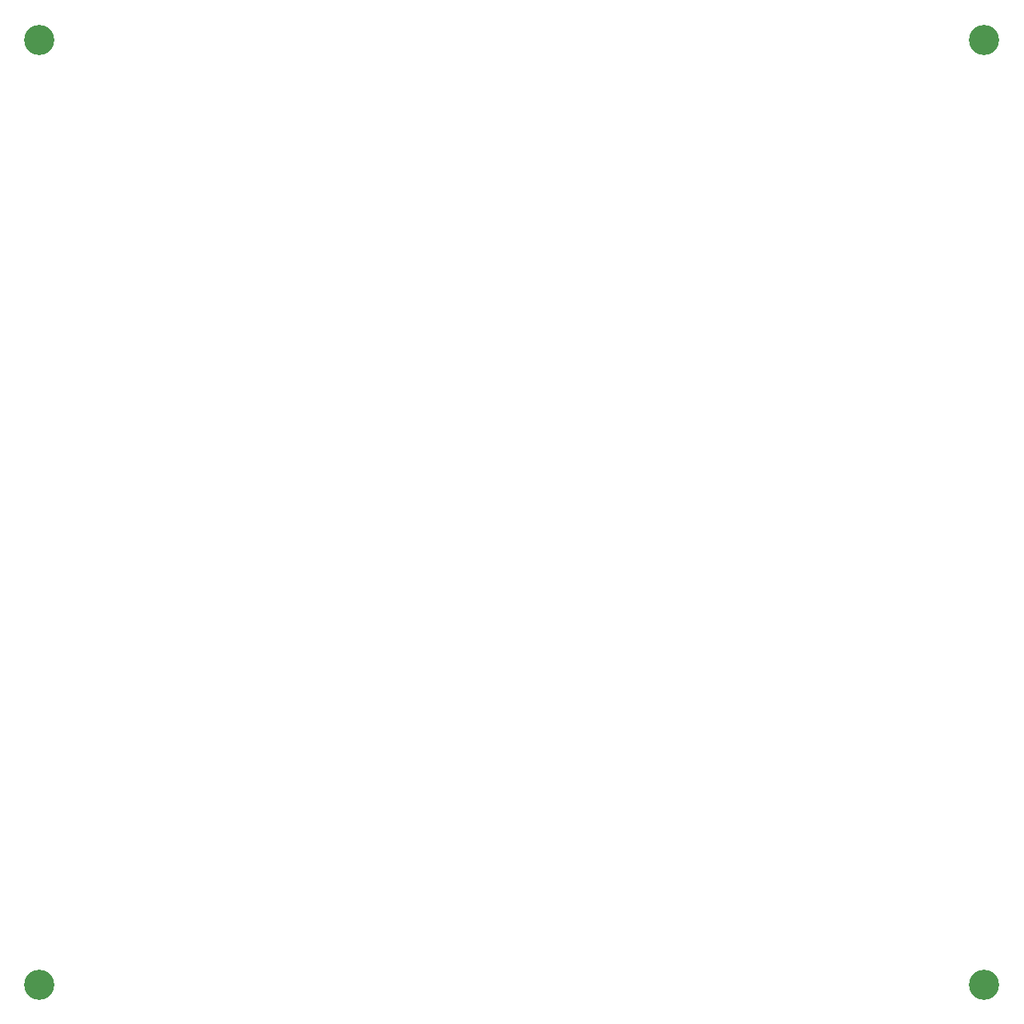
<source format=gbs>
G04 #@! TF.GenerationSoftware,KiCad,Pcbnew,(5.1.10-1-10_14)*
G04 #@! TF.CreationDate,2022-03-30T11:35:22+01:00*
G04 #@! TF.ProjectId,RJ21_RJ45_PRIMARY_BREAKOUT_BASE,524a3231-5f52-44a3-9435-5f5052494d41,rev?*
G04 #@! TF.SameCoordinates,Original*
G04 #@! TF.FileFunction,Soldermask,Bot*
G04 #@! TF.FilePolarity,Negative*
%FSLAX46Y46*%
G04 Gerber Fmt 4.6, Leading zero omitted, Abs format (unit mm)*
G04 Created by KiCad (PCBNEW (5.1.10-1-10_14)) date 2022-03-30 11:35:22*
%MOMM*%
%LPD*%
G01*
G04 APERTURE LIST*
%ADD10C,3.200000*%
G04 APERTURE END LIST*
D10*
X53000000Y-157100000D03*
X153000000Y-157100000D03*
X153000000Y-57100000D03*
X53000000Y-57100000D03*
M02*

</source>
